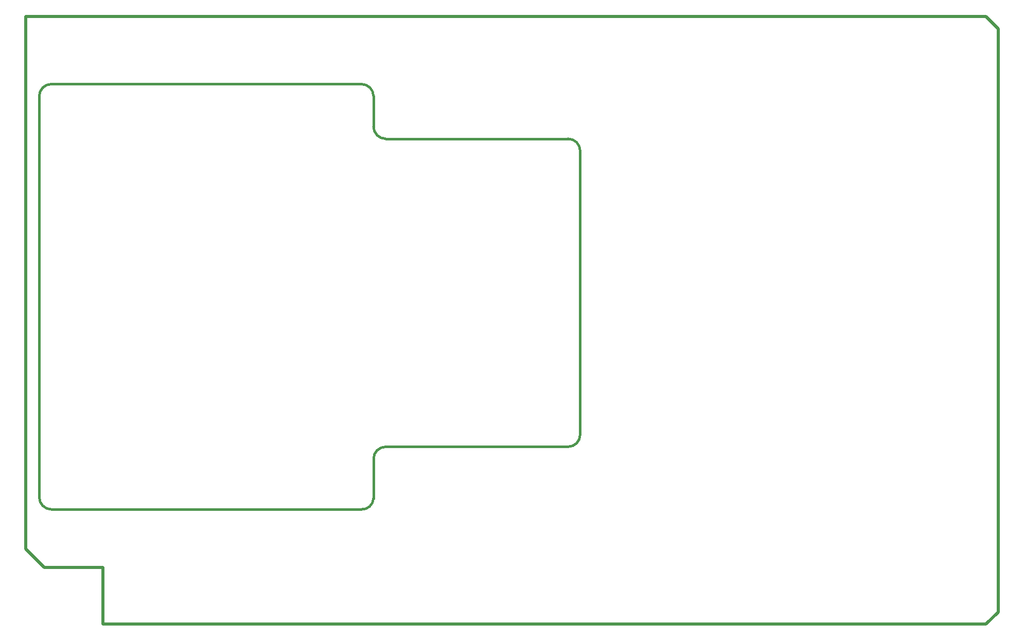
<source format=gko>
G04*
G04 #@! TF.GenerationSoftware,Altium Limited,Altium Designer,19.1.7 (138)*
G04*
G04 Layer_Color=16711935*
%FSLAX25Y25*%
%MOIN*%
G70*
G01*
G75*
%ADD13C,0.01968*%
%ADD158C,0.01575*%
D13*
X231512Y-314567D02*
X239386Y-306693D01*
X-378528Y-277756D02*
X-340536D01*
Y-314567D02*
Y-277756D01*
X239386Y-306693D02*
Y71260D01*
X231512Y79134D02*
X239386Y71260D01*
X-390536Y79134D02*
X231512D01*
X-390536Y-265748D02*
Y79134D01*
Y-265748D02*
X-378528Y-277756D01*
X-340536Y-314567D02*
X231512D01*
D158*
X-381890Y-232283D02*
G03*
X-374016Y-240158I7874J-0D01*
G01*
Y35433D02*
G03*
X-381890Y27559I-0J-7874D01*
G01*
X-165354D02*
G03*
X-173228Y35433I-7874J0D01*
G01*
X-165354Y7874D02*
G03*
X-157480Y-0I7874J0D01*
G01*
X-31496Y-7874D02*
G03*
X-39370Y0I-7874J0D01*
G01*
X-39370Y-199606D02*
G03*
X-31496Y-191732I-0J7874D01*
G01*
X-157479Y-199606D02*
G03*
X-165354Y-207480I-1J-7875D01*
G01*
X-173228Y-240158D02*
G03*
X-165354Y-233071I394J7480D01*
G01*
X-381890Y-232283D02*
Y27559D01*
X-374016Y-240158D02*
X-173228D01*
X-374016Y35433D02*
X-173228Y35433D01*
X-165354Y7874D02*
Y27559D01*
X-157480Y-0D02*
X-39370Y0D01*
X-31496Y-191732D02*
Y-7874D01*
X-157479Y-199606D02*
X-39370D01*
X-165354Y-233071D02*
Y-223604D01*
Y-207480D01*
M02*

</source>
